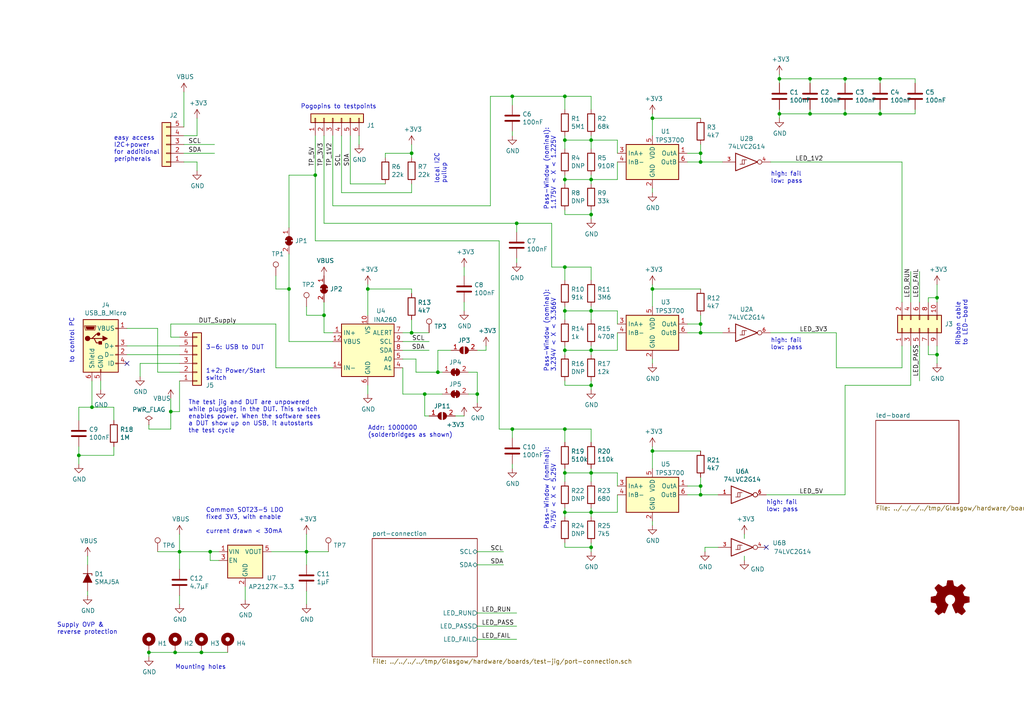
<source format=kicad_sch>
(kicad_sch (version 20230121) (generator eeschema)
  (paper "A4")
  (title_block (title "Glasgow Test Jig") (comment 1 "License 0BSD or Apache 2.0") (comment 3 "by Electronic Eel") (comment 4 "Test Jig for Glasgow revC1"))
  (junction (at 26.67 118.11))
  (junction (at 52.07 160.02))
  (junction (at 189.23 130.81))
  (junction (at 148.59 27.94))
  (junction (at 203.2 44.45))
  (junction (at 245.11 22.86))
  (junction (at 163.83 148.59))
  (junction (at 149.86 64.77))
  (junction (at 127 107.95))
  (junction (at 226.06 22.86))
  (junction (at 203.2 96.52))
  (junction (at 203.2 93.98))
  (junction (at 171.45 148.59))
  (junction (at 189.23 83.82))
  (junction (at 163.83 124.46))
  (junction (at 203.2 143.51))
  (junction (at 234.95 22.86))
  (junction (at 171.45 52.07))
  (junction (at 171.45 158.75))
  (junction (at 106.68 83.82))
  (junction (at 171.45 90.17))
  (junction (at 171.45 111.76))
  (junction (at 50.8 189.23))
  (junction (at 171.45 40.64))
  (junction (at 245.11 33.02))
  (junction (at 119.38 96.52))
  (junction (at 43.18 189.23))
  (junction (at 255.27 22.86))
  (junction (at 203.2 46.99))
  (junction (at 163.83 90.17))
  (junction (at 93.98 91.44))
  (junction (at 234.95 33.02))
  (junction (at 171.45 101.6))
  (junction (at 271.78 102.87))
  (junction (at 119.38 44.45))
  (junction (at 148.59 124.46))
  (junction (at 163.83 137.16))
  (junction (at 123.19 114.3))
  (junction (at 171.45 137.16))
  (junction (at 163.83 40.64))
  (junction (at 163.83 101.6))
  (junction (at 203.2 140.97))
  (junction (at 22.86 132.08))
  (junction (at 271.78 86.36))
  (junction (at 255.27 33.02))
  (junction (at 60.96 160.02))
  (junction (at 138.43 114.3))
  (junction (at 171.45 62.23))
  (junction (at 49.53 119.38))
  (junction (at 58.42 189.23))
  (junction (at 88.9 160.02))
  (junction (at 163.83 52.07))
  (junction (at 163.83 77.47))
  (junction (at 91.44 50.8))
  (junction (at 189.23 34.29))
  (junction (at 83.82 83.82))
  (junction (at 163.83 27.94))
  (junction (at 226.06 33.02))
  (no_connect (at 36.83 105.41))
  (no_connect (at 222.25 158.75))
  (wire (pts (xy 203.2 138.43) (xy 203.2 140.97)))
  (wire (pts (xy 179.07 140.97) (xy 179.07 137.16)))
  (wire (pts (xy 88.9 175.26) (xy 88.9 171.45)))
  (wire (pts (xy 163.83 40.64) (xy 171.45 40.64)))
  (wire (pts (xy 52.07 160.02) (xy 45.72 160.02)))
  (wire (pts (xy 33.02 132.08) (xy 22.86 132.08)))
  (wire (pts (xy 49.53 97.79) (xy 49.53 93.98)))
  (wire (pts (xy 80.01 106.68) (xy 80.01 93.98)))
  (wire (pts (xy 203.2 34.29) (xy 189.23 34.29)))
  (wire (pts (xy 203.2 140.97) (xy 199.39 140.97)))
  (wire (pts (xy 45.72 107.95) (xy 52.07 107.95)))
  (wire (pts (xy 179.07 93.98) (xy 179.07 90.17)))
  (wire (pts (xy 93.98 39.37) (xy 93.98 64.77)))
  (wire (pts (xy 264.16 100.33) (xy 264.16 111.76)))
  (wire (pts (xy 271.78 102.87) (xy 271.78 100.33)))
  (wire (pts (xy 83.82 83.82) (xy 83.82 99.06)))
  (wire (pts (xy 43.18 189.23) (xy 50.8 189.23)))
  (wire (pts (xy 58.42 189.23) (xy 66.04 189.23)))
  (wire (pts (xy 163.83 60.96) (xy 163.83 62.23)))
  (wire (pts (xy 106.68 83.82) (xy 106.68 82.55)))
  (wire (pts (xy 264.16 87.63) (xy 264.16 78.74)))
  (wire (pts (xy 203.2 46.99) (xy 209.55 46.99)))
  (wire (pts (xy 242.57 106.68) (xy 261.62 106.68)))
  (wire (pts (xy 140.97 101.6) (xy 140.97 100.33)))
  (wire (pts (xy 215.9 161.29) (xy 215.9 162.56)))
  (wire (pts (xy 53.34 39.37) (xy 57.15 39.37)))
  (wire (pts (xy 203.2 44.45) (xy 199.39 44.45)))
  (wire (pts (xy 123.19 114.3) (xy 128.27 114.3)))
  (wire (pts (xy 49.53 124.46) (xy 43.18 124.46)))
  (wire (pts (xy 99.06 55.88) (xy 119.38 55.88)))
  (wire (pts (xy 111.76 45.72) (xy 111.76 44.45)))
  (wire (pts (xy 208.28 158.75) (xy 204.47 158.75)))
  (wire (pts (xy 203.2 93.98) (xy 199.39 93.98)))
  (wire (pts (xy 134.62 80.01) (xy 134.62 77.47)))
  (wire (pts (xy 245.11 22.86) (xy 255.27 22.86)))
  (wire (pts (xy 43.18 124.46) (xy 43.18 123.19)))
  (wire (pts (xy 106.68 114.3) (xy 106.68 111.76)))
  (wire (pts (xy 88.9 160.02) (xy 95.25 160.02)))
  (wire (pts (xy 149.86 76.2) (xy 149.86 74.93)))
  (wire (pts (xy 189.23 105.41) (xy 189.23 104.14)))
  (wire (pts (xy 60.96 162.56) (xy 60.96 160.02)))
  (wire (pts (xy 171.45 111.76) (xy 171.45 110.49)))
  (wire (pts (xy 93.98 87.63) (xy 93.98 91.44)))
  (wire (pts (xy 199.39 96.52) (xy 203.2 96.52)))
  (wire (pts (xy 163.83 77.47) (xy 163.83 81.28)))
  (wire (pts (xy 223.52 46.99) (xy 261.62 46.99)))
  (wire (pts (xy 171.45 27.94) (xy 171.45 31.75)))
  (wire (pts (xy 269.24 87.63) (xy 269.24 86.36)))
  (wire (pts (xy 163.83 148.59) (xy 163.83 147.32)))
  (wire (pts (xy 149.86 67.31) (xy 149.86 64.77)))
  (wire (pts (xy 265.43 22.86) (xy 265.43 24.13)))
  (wire (pts (xy 22.86 121.92) (xy 22.86 118.11)))
  (wire (pts (xy 91.44 50.8) (xy 91.44 69.85)))
  (wire (pts (xy 144.78 69.85) (xy 144.78 124.46)))
  (wire (pts (xy 234.95 22.86) (xy 245.11 22.86)))
  (wire (pts (xy 234.95 33.02) (xy 234.95 31.75)))
  (wire (pts (xy 203.2 143.51) (xy 203.2 140.97)))
  (wire (pts (xy 80.01 83.82) (xy 83.82 83.82)))
  (wire (pts (xy 163.83 31.75) (xy 163.83 27.94)))
  (wire (pts (xy 116.84 106.68) (xy 116.84 114.3)))
  (wire (pts (xy 52.07 97.79) (xy 49.53 97.79)))
  (wire (pts (xy 203.2 41.91) (xy 203.2 44.45)))
  (wire (pts (xy 171.45 92.71) (xy 171.45 90.17)))
  (wire (pts (xy 106.68 91.44) (xy 106.68 83.82)))
  (wire (pts (xy 22.86 129.54) (xy 22.86 132.08)))
  (wire (pts (xy 189.23 34.29) (xy 189.23 39.37)))
  (wire (pts (xy 93.98 91.44) (xy 93.98 96.52)))
  (wire (pts (xy 163.83 39.37) (xy 163.83 40.64)))
  (wire (pts (xy 203.2 96.52) (xy 203.2 93.98)))
  (wire (pts (xy 204.47 158.75) (xy 204.47 160.02)))
  (wire (pts (xy 138.43 185.42) (xy 149.86 185.42)))
  (wire (pts (xy 226.06 21.59) (xy 226.06 22.86)))
  (wire (pts (xy 88.9 91.44) (xy 93.98 91.44)))
  (wire (pts (xy 265.43 33.02) (xy 265.43 31.75)))
  (wire (pts (xy 26.67 110.49) (xy 26.67 118.11)))
  (wire (pts (xy 134.62 87.63) (xy 134.62 90.17)))
  (wire (pts (xy 266.7 87.63) (xy 266.7 78.74)))
  (wire (pts (xy 116.84 114.3) (xy 123.19 114.3)))
  (wire (pts (xy 119.38 96.52) (xy 119.38 92.71)))
  (wire (pts (xy 119.38 96.52) (xy 124.46 96.52)))
  (wire (pts (xy 36.83 102.87) (xy 52.07 102.87)))
  (wire (pts (xy 119.38 83.82) (xy 106.68 83.82)))
  (wire (pts (xy 163.83 52.07) (xy 163.83 53.34)))
  (wire (pts (xy 148.59 124.46) (xy 163.83 124.46)))
  (wire (pts (xy 111.76 44.45) (xy 119.38 44.45)))
  (wire (pts (xy 255.27 33.02) (xy 265.43 33.02)))
  (wire (pts (xy 96.52 99.06) (xy 83.82 99.06)))
  (wire (pts (xy 171.45 40.64) (xy 171.45 39.37)))
  (wire (pts (xy 53.34 41.91) (xy 62.23 41.91)))
  (wire (pts (xy 171.45 52.07) (xy 171.45 50.8)))
  (wire (pts (xy 245.11 111.76) (xy 245.11 143.51)))
  (wire (pts (xy 119.38 44.45) (xy 119.38 45.72)))
  (wire (pts (xy 179.07 137.16) (xy 171.45 137.16)))
  (wire (pts (xy 189.23 152.4) (xy 189.23 151.13)))
  (wire (pts (xy 163.83 101.6) (xy 163.83 100.33)))
  (wire (pts (xy 101.6 39.37) (xy 101.6 53.34)))
  (wire (pts (xy 78.74 160.02) (xy 88.9 160.02)))
  (wire (pts (xy 148.59 30.48) (xy 148.59 27.94)))
  (wire (pts (xy 189.23 55.88) (xy 189.23 54.61)))
  (wire (pts (xy 179.07 46.99) (xy 179.07 52.07)))
  (wire (pts (xy 142.24 27.94) (xy 148.59 27.94)))
  (wire (pts (xy 53.34 44.45) (xy 62.23 44.45)))
  (wire (pts (xy 269.24 102.87) (xy 271.78 102.87)))
  (wire (pts (xy 148.59 127) (xy 148.59 124.46)))
  (wire (pts (xy 119.38 85.09) (xy 119.38 83.82)))
  (wire (pts (xy 49.53 93.98) (xy 80.01 93.98)))
  (wire (pts (xy 171.45 101.6) (xy 171.45 100.33)))
  (wire (pts (xy 245.11 143.51) (xy 222.25 143.51)))
  (wire (pts (xy 138.43 181.61) (xy 149.86 181.61)))
  (wire (pts (xy 234.95 22.86) (xy 234.95 24.13)))
  (wire (pts (xy 163.83 40.64) (xy 163.83 43.18)))
  (wire (pts (xy 127 107.95) (xy 128.27 107.95)))
  (wire (pts (xy 226.06 22.86) (xy 226.06 24.13)))
  (wire (pts (xy 49.53 119.38) (xy 49.53 115.57)))
  (wire (pts (xy 171.45 90.17) (xy 171.45 88.9)))
  (wire (pts (xy 245.11 33.02) (xy 245.11 31.75)))
  (wire (pts (xy 52.07 110.49) (xy 52.07 119.38)))
  (wire (pts (xy 203.2 46.99) (xy 203.2 44.45)))
  (wire (pts (xy 99.06 39.37) (xy 99.06 55.88)))
  (wire (pts (xy 163.83 92.71) (xy 163.83 90.17)))
  (wire (pts (xy 234.95 33.02) (xy 245.11 33.02)))
  (wire (pts (xy 171.45 148.59) (xy 171.45 147.32)))
  (wire (pts (xy 53.34 36.83) (xy 53.34 26.67)))
  (wire (pts (xy 138.43 160.02) (xy 146.05 160.02)))
  (wire (pts (xy 163.83 158.75) (xy 171.45 158.75)))
  (wire (pts (xy 179.07 101.6) (xy 171.45 101.6)))
  (wire (pts (xy 215.9 154.94) (xy 215.9 156.21)))
  (wire (pts (xy 189.23 83.82) (xy 189.23 88.9)))
  (wire (pts (xy 83.82 50.8) (xy 91.44 50.8)))
  (wire (pts (xy 163.83 139.7) (xy 163.83 137.16)))
  (wire (pts (xy 255.27 33.02) (xy 255.27 31.75)))
  (wire (pts (xy 223.52 96.52) (xy 242.57 96.52)))
  (wire (pts (xy 88.9 160.02) (xy 88.9 154.94)))
  (wire (pts (xy 163.83 102.87) (xy 163.83 101.6)))
  (wire (pts (xy 96.52 106.68) (xy 80.01 106.68)))
  (wire (pts (xy 171.45 77.47) (xy 171.45 81.28)))
  (wire (pts (xy 120.65 107.95) (xy 127 107.95)))
  (wire (pts (xy 226.06 34.29) (xy 226.06 33.02)))
  (wire (pts (xy 25.4 161.29) (xy 25.4 163.83)))
  (wire (pts (xy 261.62 46.99) (xy 261.62 87.63)))
  (wire (pts (xy 63.5 160.02) (xy 60.96 160.02)))
  (wire (pts (xy 116.84 96.52) (xy 119.38 96.52)))
  (wire (pts (xy 149.86 64.77) (xy 160.02 64.77)))
  (wire (pts (xy 22.86 132.08) (xy 22.86 134.62)))
  (wire (pts (xy 163.83 124.46) (xy 163.83 128.27)))
  (wire (pts (xy 52.07 160.02) (xy 52.07 154.94)))
  (wire (pts (xy 171.45 62.23) (xy 171.45 63.5)))
  (wire (pts (xy 88.9 163.83) (xy 88.9 160.02)))
  (wire (pts (xy 171.45 158.75) (xy 171.45 157.48)))
  (wire (pts (xy 91.44 69.85) (xy 144.78 69.85)))
  (wire (pts (xy 226.06 33.02) (xy 226.06 31.75)))
  (wire (pts (xy 130.81 101.6) (xy 127 101.6)))
  (wire (pts (xy 53.34 46.99) (xy 57.15 46.99)))
  (wire (pts (xy 163.83 52.07) (xy 171.45 52.07)))
  (wire (pts (xy 171.45 160.02) (xy 171.45 158.75)))
  (wire (pts (xy 189.23 82.55) (xy 189.23 83.82)))
  (wire (pts (xy 116.84 101.6) (xy 124.46 101.6)))
  (wire (pts (xy 120.65 104.14) (xy 120.65 107.95)))
  (wire (pts (xy 25.4 171.45) (xy 25.4 172.72)))
  (wire (pts (xy 171.45 43.18) (xy 171.45 40.64)))
  (wire (pts (xy 148.59 27.94) (xy 163.83 27.94)))
  (wire (pts (xy 163.83 111.76) (xy 163.83 110.49)))
  (wire (pts (xy 80.01 80.01) (xy 80.01 83.82)))
  (wire (pts (xy 36.83 100.33) (xy 52.07 100.33)))
  (wire (pts (xy 163.83 62.23) (xy 171.45 62.23)))
  (wire (pts (xy 91.44 50.8) (xy 91.44 39.37)))
  (wire (pts (xy 171.45 149.86) (xy 171.45 148.59)))
  (wire (pts (xy 93.98 64.77) (xy 149.86 64.77)))
  (wire (pts (xy 148.59 39.37) (xy 148.59 38.1)))
  (wire (pts (xy 96.52 39.37) (xy 96.52 59.69)))
  (wire (pts (xy 123.19 120.65) (xy 123.19 114.3)))
  (wire (pts (xy 83.82 73.66) (xy 83.82 83.82)))
  (wire (pts (xy 60.96 160.02) (xy 52.07 160.02)))
  (wire (pts (xy 50.8 189.23) (xy 58.42 189.23)))
  (wire (pts (xy 261.62 106.68) (xy 261.62 100.33)))
  (wire (pts (xy 163.83 27.94) (xy 171.45 27.94)))
  (wire (pts (xy 26.67 118.11) (xy 33.02 118.11)))
  (wire (pts (xy 116.84 99.06) (xy 124.46 99.06)))
  (wire (pts (xy 163.83 50.8) (xy 163.83 52.07)))
  (wire (pts (xy 63.5 162.56) (xy 60.96 162.56)))
  (wire (pts (xy 96.52 59.69) (xy 142.24 59.69)))
  (wire (pts (xy 269.24 86.36) (xy 271.78 86.36)))
  (wire (pts (xy 255.27 22.86) (xy 255.27 24.13)))
  (wire (pts (xy 226.06 33.02) (xy 234.95 33.02)))
  (wire (pts (xy 179.07 52.07) (xy 171.45 52.07)))
  (wire (pts (xy 52.07 175.26) (xy 52.07 172.72)))
  (wire (pts (xy 171.45 137.16) (xy 163.83 137.16)))
  (wire (pts (xy 160.02 77.47) (xy 160.02 64.77)))
  (wire (pts (xy 127 101.6) (xy 127 107.95)))
  (wire (pts (xy 57.15 39.37) (xy 57.15 34.29)))
  (wire (pts (xy 36.83 95.25) (xy 45.72 95.25)))
  (wire (pts (xy 138.43 101.6) (xy 140.97 101.6)))
  (wire (pts (xy 242.57 96.52) (xy 242.57 106.68)))
  (wire (pts (xy 179.07 143.51) (xy 179.07 148.59)))
  (wire (pts (xy 144.78 124.46) (xy 148.59 124.46)))
  (wire (pts (xy 119.38 55.88) (xy 119.38 53.34)))
  (wire (pts (xy 88.9 88.9) (xy 88.9 91.44)))
  (wire (pts (xy 52.07 119.38) (xy 49.53 119.38)))
  (wire (pts (xy 49.53 119.38) (xy 49.53 124.46)))
  (wire (pts (xy 245.11 33.02) (xy 255.27 33.02)))
  (wire (pts (xy 138.43 107.95) (xy 138.43 114.3)))
  (wire (pts (xy 163.83 137.16) (xy 163.83 135.89)))
  (wire (pts (xy 22.86 118.11) (xy 26.67 118.11)))
  (wire (pts (xy 40.64 105.41) (xy 40.64 109.22)))
  (wire (pts (xy 160.02 77.47) (xy 163.83 77.47)))
  (wire (pts (xy 179.07 90.17) (xy 171.45 90.17)))
  (wire (pts (xy 101.6 53.34) (xy 111.76 53.34)))
  (wire (pts (xy 226.06 22.86) (xy 234.95 22.86)))
  (wire (pts (xy 163.83 124.46) (xy 171.45 124.46)))
  (wire (pts (xy 189.23 129.54) (xy 189.23 130.81)))
  (wire (pts (xy 203.2 91.44) (xy 203.2 93.98)))
  (wire (pts (xy 132.08 120.65) (xy 134.62 120.65)))
  (wire (pts (xy 255.27 22.86) (xy 265.43 22.86)))
  (wire (pts (xy 271.78 102.87) (xy 271.78 105.41)))
  (wire (pts (xy 163.83 149.86) (xy 163.83 148.59)))
  (wire (pts (xy 203.2 96.52) (xy 209.55 96.52)))
  (wire (pts (xy 189.23 33.02) (xy 189.23 34.29)))
  (wire (pts (xy 171.45 111.76) (xy 163.83 111.76)))
  (wire (pts (xy 269.24 100.33) (xy 269.24 102.87)))
  (wire (pts (xy 135.89 107.95) (xy 138.43 107.95)))
  (wire (pts (xy 104.14 39.37) (xy 104.14 41.91)))
  (wire (pts (xy 203.2 130.81) (xy 189.23 130.81)))
  (wire (pts (xy 52.07 105.41) (xy 40.64 105.41)))
  (wire (pts (xy 119.38 41.91) (xy 119.38 44.45)))
  (wire (pts (xy 96.52 96.52) (xy 93.98 96.52)))
  (wire (pts (xy 163.83 90.17) (xy 163.83 88.9)))
  (wire (pts (xy 271.78 82.55) (xy 271.78 86.36)))
  (wire (pts (xy 116.84 104.14) (xy 120.65 104.14)))
  (wire (pts (xy 171.45 53.34) (xy 171.45 52.07)))
  (wire (pts (xy 171.45 124.46) (xy 171.45 128.27)))
  (wire (pts (xy 264.16 111.76) (xy 245.11 111.76)))
  (wire (pts (xy 171.45 101.6) (xy 163.83 101.6)))
  (wire (pts (xy 179.07 44.45) (xy 179.07 40.64)))
  (wire (pts (xy 171.45 137.16) (xy 171.45 135.89)))
  (wire (pts (xy 52.07 165.1) (xy 52.07 160.02)))
  (wire (pts (xy 266.7 100.33) (xy 266.7 110.49)))
  (wire (pts (xy 83.82 66.04) (xy 83.82 50.8)))
  (wire (pts (xy 179.07 148.59) (xy 171.45 148.59)))
  (wire (pts (xy 203.2 83.82) (xy 189.23 83.82)))
  (wire (pts (xy 138.43 177.8) (xy 149.86 177.8)))
  (wire (pts (xy 45.72 95.25) (xy 45.72 107.95)))
  (wire (pts (xy 171.45 102.87) (xy 171.45 101.6)))
  (wire (pts (xy 138.43 163.83) (xy 146.05 163.83)))
  (wire (pts (xy 179.07 40.64) (xy 171.45 40.64)))
  (wire (pts (xy 189.23 130.81) (xy 189.23 135.89)))
  (wire (pts (xy 203.2 143.51) (xy 208.28 143.51)))
  (wire (pts (xy 57.15 46.99) (xy 57.15 49.53)))
  (wire (pts (xy 148.59 135.89) (xy 148.59 134.62)))
  (wire (pts (xy 29.21 113.03) (xy 29.21 110.49)))
  (wire (pts (xy 71.12 173.99) (xy 71.12 170.18)))
  (wire (pts (xy 33.02 129.54) (xy 33.02 132.08)))
  (wire (pts (xy 171.45 60.96) (xy 171.45 62.23)))
  (wire (pts (xy 171.45 139.7) (xy 171.45 137.16)))
  (wire (pts (xy 199.39 46.99) (xy 203.2 46.99)))
  (wire (pts (xy 135.89 114.3) (xy 138.43 114.3)))
  (wire (pts (xy 171.45 148.59) (xy 163.83 148.59)))
  (wire (pts (xy 163.83 77.47) (xy 171.45 77.47)))
  (wire (pts (xy 33.02 118.11) (xy 33.02 121.92)))
  (wire (pts (xy 171.45 113.03) (xy 171.45 111.76)))
  (wire (pts (xy 271.78 86.36) (xy 271.78 87.63)))
  (wire (pts (xy 199.39 143.51) (xy 203.2 143.51)))
  (wire (pts (xy 43.18 189.23) (xy 43.18 190.5)))
  (wire (pts (xy 138.43 114.3) (xy 138.43 116.84)))
  (wire (pts (xy 142.24 59.69) (xy 142.24 27.94)))
  (wire (pts (xy 179.07 96.52) (xy 179.07 101.6)))
  (wire (pts (xy 171.45 90.17) (xy 163.83 90.17)))
  (wire (pts (xy 245.11 22.86) (xy 245.11 24.13)))
  (wire (pts (xy 124.46 120.65) (xy 123.19 120.65)))
  (wire (pts (xy 163.83 157.48) (xy 163.83 158.75)))
  (text "high: fail\nlow: pass" (at 223.52 101.6 0) (effects (font (size 1.27 1.27)) (justify left bottom)))
  (text "The test jig and DUT are unpowered\nwhile plugging in the DUT. This switch\nenables power. When the software sees\na DUT show up on USB, it autostarts\nthe test cycle" (at 54.61 125.73 0) (effects (font (size 1.27 1.27)) (justify left bottom)))
  (text "1+2: Power/Start\nswitch" (at 59.69 110.49 0) (effects (font (size 1.27 1.27)) (justify left bottom)))
  (text "Addr: 1000000\n(solderbridges as shown)" (at 106.68 127 0) (effects (font (size 1.27 1.27)) (justify left bottom)))
  (text "easy access\nI2C+power\nfor additional\nperipherals\n" (at 33.02 46.99 0) (effects (font (size 1.27 1.27)) (justify left bottom)))
  (text "Pass-Window (nominal):\n3.234V < X < 3.366V" (at 161.29 107.95 90) (effects (font (size 1.27 1.27)) (justify left bottom)))
  (text "3-6: USB to DUT" (at 59.69 101.6 0) (effects (font (size 1.27 1.27)) (justify left bottom)))
  (text "high: fail\nlow: pass" (at 222.25 148.59 0) (effects (font (size 1.27 1.27)) (justify left bottom)))
  (text "Ribbon cable\nto LED-board" (at 280.67 100.33 90) (effects (font (size 1.27 1.27)) (justify left bottom)))
  (text "Supply OVP &\nreverse protection" (at 16.51 184.15 0) (effects (font (size 1.27 1.27)) (justify left bottom)))
  (text "high: fail\nlow: pass" (at 223.52 53.34 0) (effects (font (size 1.27 1.27)) (justify left bottom)))
  (text "Common SOT23-5 LDO\nfixed 3V3, with enable\n\ncurrent drawn < 30mA" (at 59.69 154.94 0) (effects (font (size 1.27 1.27)) (justify left bottom)))
  (text "Pogopins to testpoints" (at 109.22 31.75 0) (effects (font (size 1.27 1.27)) (justify right bottom)))
  (text "Pass-Window (nominal):\n1.175V < X < 1.225V" (at 161.29 60.96 90) (effects (font (size 1.27 1.27)) (justify left bottom)))
  (text "local I2C\npullup" (at 129.54 53.34 90) (effects (font (size 1.27 1.27)) (justify left bottom)))
  (text "to control PC" (at 21.59 105.41 90) (effects (font (size 1.27 1.27)) (justify left bottom)))
  (text "Pass-Window (nominal):\n4.75V < X < 5.25V" (at 161.29 153.67 90) (effects (font (size 1.27 1.27)) (justify left bottom)))
  (text "Mounting holes" (at 50.8 194.31 0) (effects (font (size 1.27 1.27)) (justify left bottom)))
  (label "TP_1V2" (at 96.52 48.26 90))
  (label "SCL" (at 123.19 99.06 180))
  (label "DUT_Supply" (at 68.58 93.98 180))
  (label "TP_3V3" (at 93.98 48.26 90))
  (label "LED_3V3" (at 240.03 96.52 180))
  (label "LED_FAIL" (at 266.7 86.36 90))
  (label "SDA" (at 123.19 101.6 180))
  (label "TP_5V" (at 91.44 48.26 90))
  (label "SCL" (at 99.06 48.26 90))
  (label "LED_PASS" (at 266.7 109.22 90))
  (label "SDA" (at 142.24 163.83 0))
  (label "LED_RUN" (at 139.7 177.8 0))
  (label "LED_5V" (at 238.76 143.51 180))
  (label "SCL" (at 142.24 160.02 0))
  (label "SDA" (at 54.61 44.45 0))
  (label "LED_1V2" (at 238.76 46.99 180))
  (label "LED_FAIL" (at 139.7 185.42 0))
  (label "LED_RUN" (at 264.16 86.36 90))
  (label "SCL" (at 54.61 41.91 0))
  (label "LED_PASS" (at 139.7 181.61 0))
  (label "SDA" (at 101.6 48.26 90))
  (symbol (lib_id "test-jig-rescue:USB_B_Micro-Connector") (at 29.21 100.33 0) (unit 1)
    (property "Reference" "J4" (at 30.6578 88.4682 0))
    (property "Value" "USB_B_Micro" (at 30.6578 90.7796 0))
    (property "Footprint" "Connector_USB:USB_Micro-B_Molex_47346-0001" (effects hide))
    (property "Datasheet" "https://www.mouser.com/datasheet/2/276/0473460001_IO_CONNECTORS-229243.pdf" (effects hide))
  )
  (symbol (lib_id "Device:C") (at 22.86 125.73 0) (unit 1)
    (property "Reference" "C9" (at 25.781 124.5616 0) (effects (justify left)))
    (property "Value" "100nF" (at 25.781 126.873 0) (effects (justify left)))
    (property "Footprint" "Capacitor_SMD:C_0603_1608Metric_Pad1.05x0.95mm_HandSolder" (effects hide))
  )
  (symbol (lib_id "Device:R") (at 33.02 125.73 0) (unit 1)
    (property "Reference" "R18" (at 34.798 124.5616 0) (effects (justify left)))
    (property "Value" "1M" (at 34.798 126.873 0) (effects (justify left)))
    (property "Footprint" "Resistor_SMD:R_0603_1608Metric_Pad1.05x0.95mm_HandSolder" (effects hide))
  )
  (symbol (lib_id "power:GND") (at 22.86 134.62 0) (unit 1)
    (property "Reference" "#PWR029" (effects hide))
    (property "Value" "GND" (at 22.987 139.0142 0))
  )
  (symbol (lib_id "power:GND") (at 29.21 113.03 0) (unit 1)
    (property "Reference" "#PWR021" (effects hide))
    (property "Value" "GND" (at 29.337 117.4242 0))
  )
  (symbol (lib_id "power:VBUS") (at 49.53 115.57 0) (unit 1)
    (property "Reference" "#PWR020" (effects hide))
    (property "Value" "VBUS" (at 46.99 115.57 0))
  )
  (symbol (lib_id "Connector_Generic:Conn_02x05_Odd_Even") (at 266.7 95.25 90) (unit 1)
    (property "Reference" "J3" (at 274.0152 93.98 90) (effects (justify right)))
    (property "Value" "Conn_02x05_Odd_Even" (effects hide))
    (property "Footprint" "Connector_IDC:IDC-Header_2x05_P2.54mm_Vertical" (effects hide))
  )
  (symbol (lib_id "test-jig-rescue:AP2127K-3.3-Regulator_Linear") (at 71.12 162.56 0) (unit 1)
    (property "Reference" "U7" (at 78.74 167.64 0))
    (property "Value" "AP2127K-3.3" (at 78.74 170.18 0))
    (property "Footprint" "Package_TO_SOT_SMD:SOT-23-5_HandSoldering" (effects hide))
    (property "Datasheet" "https://www.diodes.com/assets/Datasheets/AP2127.pdf" (effects hide))
  )
  (symbol (lib_id "power:VBUS") (at 52.07 154.94 0) (unit 1)
    (property "Reference" "#PWR032" (effects hide))
    (property "Value" "VBUS" (at 52.451 150.5458 0))
  )
  (symbol (lib_id "Device:C") (at 52.07 168.91 0) (unit 1)
    (property "Reference" "C12" (at 54.991 167.7416 0) (effects (justify left)))
    (property "Value" "4.7µF" (at 54.991 170.053 0) (effects (justify left)))
    (property "Footprint" "Capacitor_SMD:C_0805_2012Metric_Pad1.15x1.40mm_HandSolder" (effects hide))
  )
  (symbol (lib_id "power:GND") (at 52.07 175.26 0) (unit 1)
    (property "Reference" "#PWR041" (effects hide))
    (property "Value" "GND" (at 52.197 179.6542 0))
  )
  (symbol (lib_id "power:GND") (at 71.12 173.99 0) (unit 1)
    (property "Reference" "#PWR040" (effects hide))
    (property "Value" "GND" (at 71.247 178.3842 0))
  )
  (symbol (lib_id "test-jig-rescue:+3.3V-power") (at 88.9 154.94 0) (unit 1)
    (property "Reference" "#PWR033" (effects hide))
    (property "Value" "+3.3V" (at 89.281 150.5458 0))
  )
  (symbol (lib_id "Device:C") (at 88.9 167.64 0) (unit 1)
    (property "Reference" "C11" (at 91.821 166.4716 0) (effects (justify left)))
    (property "Value" "1µF" (at 91.821 168.783 0) (effects (justify left)))
    (property "Footprint" "Capacitor_SMD:C_0603_1608Metric_Pad1.05x0.95mm_HandSolder" (effects hide))
  )
  (symbol (lib_id "power:GND") (at 88.9 175.26 0) (unit 1)
    (property "Reference" "#PWR042" (effects hide))
    (property "Value" "GND" (at 89.027 179.6542 0))
  )
  (symbol (lib_id "power:GND") (at 215.9 162.56 0) (unit 1)
    (property "Reference" "#PWR038" (effects hide))
    (property "Value" "GND" (at 219.71 165.1 0))
  )
  (symbol (lib_id "test-jig-rescue:+3.3V-power") (at 215.9 154.94 0) (unit 1)
    (property "Reference" "#PWR034" (effects hide))
    (property "Value" "+3.3V" (at 216.281 150.5458 0))
  )
  (symbol (lib_id "Device:R") (at 163.83 35.56 0) (unit 1)
    (property "Reference" "R1" (at 165.608 34.3916 0) (effects (justify left)))
    (property "Value" "5M1" (at 165.608 36.703 0) (effects (justify left)))
    (property "Footprint" "Resistor_SMD:R_0603_1608Metric_Pad1.05x0.95mm_HandSolder" (effects hide))
  )
  (symbol (lib_id "Device:R") (at 163.83 46.99 0) (unit 1)
    (property "Reference" "R4" (at 165.608 45.8216 0) (effects (justify left)))
    (property "Value" "DNP" (at 165.608 48.133 0) (effects (justify left)))
    (property "Footprint" "Resistor_SMD:R_0603_1608Metric_Pad1.05x0.95mm_HandSolder" (effects hide))
  )
  (symbol (lib_id "Device:R") (at 163.83 57.15 0) (unit 1)
    (property "Reference" "R8" (at 165.608 55.9816 0) (effects (justify left)))
    (property "Value" "DNP" (at 165.608 58.293 0) (effects (justify left)))
    (property "Footprint" "Resistor_SMD:R_0603_1608Metric_Pad1.05x0.95mm_HandSolder" (effects hide))
  )
  (symbol (lib_id "power:GND") (at 40.64 109.22 0) (unit 1)
    (property "Reference" "#PWR019" (effects hide))
    (property "Value" "GND" (at 40.767 113.6142 0))
  )
  (symbol (lib_id "Jumper:SolderJumper_2_Bridged") (at 132.08 107.95 0) (unit 1)
    (property "Reference" "JP4" (at 132.08 105.0798 0))
    (property "Value" "SolderJumper_2_Bridged" (effects hide))
    (property "Footprint" "Glasgow:Solderbridge-small-2pad" (effects hide))
  )
  (symbol (lib_id "Jumper:SolderJumper_2_Bridged") (at 132.08 114.3 0) (unit 1)
    (property "Reference" "JP5" (at 132.08 111.4298 0))
    (property "Value" "SolderJumper_2_Bridged" (effects hide))
    (property "Footprint" "Glasgow:Solderbridge-small-2pad" (effects hide))
  )
  (symbol (lib_id "Sensor:INA260") (at 106.68 101.6 0) (unit 1)
    (property "Reference" "U4" (at 110.49 90.17 0))
    (property "Value" "INA260" (at 111.76 92.71 0))
    (property "Footprint" "Package_SO:TSSOP-16_4.4x5mm_P0.65mm" (effects hide))
    (property "Datasheet" "http://www.ti.com/lit/ds/symlink/ina260.pdf" (effects hide))
  )
  (symbol (lib_id "test-jig-rescue:+3.3V-power") (at 106.68 82.55 0) (unit 1)
    (property "Reference" "#PWR014" (effects hide))
    (property "Value" "+3.3V" (at 107.061 78.1558 0))
  )
  (symbol (lib_id "power:GND") (at 106.68 114.3 0) (unit 1)
    (property "Reference" "#PWR024" (effects hide))
    (property "Value" "GND" (at 106.807 118.6942 0))
  )
  (symbol (lib_id "power:VBUS") (at 93.98 80.01 0) (unit 1)
    (property "Reference" "#PWR012" (effects hide))
    (property "Value" "VBUS" (at 94.361 75.6158 0))
  )
  (symbol (lib_id "Connector_Generic:Conn_01x06") (at 96.52 34.29 90) (unit 1)
    (property "Reference" "J1" (at 106.3752 36.3728 90) (effects (justify right)))
    (property "Value" "AST04106" (effects hide))
    (property "Footprint" "Glasgow:TerminalBlock_MetzConnect_AST04106_1x06_Lever_Clamp_45Degree" (effects hide))
    (property "Datasheet" "https://www.metz-connect.com/en/system/files/productfiles/Data_sheet_AST041.PDF" (effects hide))
  )
  (symbol (lib_id "power:GND") (at 104.14 41.91 0) (unit 1)
    (property "Reference" "#PWR06" (effects hide))
    (property "Value" "GND" (at 104.267 46.3042 0))
  )
  (symbol (lib_id "power:GND") (at 138.43 116.84 0) (unit 1)
    (property "Reference" "#PWR026" (effects hide))
    (property "Value" "GND" (at 138.557 121.2342 0))
  )
  (symbol (lib_id "test-jig-rescue:+3.3V-power") (at 271.78 82.55 0) (unit 1)
    (property "Reference" "#PWR016" (effects hide))
    (property "Value" "+3.3V" (at 272.161 78.1558 0))
  )
  (symbol (lib_id "Device:R") (at 119.38 88.9 0) (unit 1)
    (property "Reference" "R13" (at 121.158 87.7316 0) (effects (justify left)))
    (property "Value" "4k7" (at 121.158 90.043 0) (effects (justify left)))
    (property "Footprint" "Resistor_SMD:R_0603_1608Metric_Pad1.05x0.95mm_HandSolder" (effects hide))
  )
  (symbol (lib_id "Connector:TestPoint") (at 124.46 96.52 0) (unit 1)
    (property "Reference" "TP3" (at 125.9332 94.6912 0) (effects (justify left)))
    (property "Value" "TestPoint" (effects hide))
    (property "Footprint" "TestPoint:TestPoint_THTPad_D1.5mm_Drill0.7mm" (effects hide))
  )
  (symbol (lib_id "Connector:TestPoint") (at 80.01 80.01 0) (mirror y) (unit 1)
    (property "Reference" "TP1" (at 78.74 73.66 0) (effects (justify right)))
    (property "Value" "TestPoint" (effects hide))
    (property "Footprint" "TestPoint:TestPoint_THTPad_D1.5mm_Drill0.7mm" (effects hide))
  )
  (symbol (lib_id "power:GND") (at 271.78 105.41 0) (unit 1)
    (property "Reference" "#PWR018" (effects hide))
    (property "Value" "GND" (at 271.907 109.8042 0))
  )
  (symbol (lib_id "Jumper:SolderJumper_2_Bridged") (at 83.82 69.85 270) (unit 1)
    (property "Reference" "JP1" (at 85.5472 69.85 90) (effects (justify left)))
    (property "Value" "SolderJumper_2_Bridged" (effects hide))
    (property "Footprint" "Glasgow:Solderbridge-small-2pad" (effects hide))
  )
  (symbol (lib_id "Mechanical:MountingHole_Pad") (at 43.18 186.69 0) (unit 1)
    (property "Reference" "H1" (at 45.72 186.6138 0) (effects (justify left)))
    (property "Value" "MountingHole_Pad" (effects hide))
    (property "Footprint" "MountingHole:MountingHole_3.7mm_Pad_Via" (effects hide))
  )
  (symbol (lib_id "test-jig-rescue:+3.3V-power") (at 57.15 34.29 0) (unit 1)
    (property "Reference" "#PWR03" (effects hide))
    (property "Value" "+3.3V" (at 57.531 29.8958 0))
  )
  (symbol (lib_id "Mechanical:MountingHole_Pad") (at 50.8 186.69 0) (unit 1)
    (property "Reference" "H2" (at 53.34 186.6138 0) (effects (justify left)))
    (property "Value" "MountingHole_Pad" (effects hide))
    (property "Footprint" "MountingHole:MountingHole_3.7mm_Pad_Via" (effects hide))
  )
  (symbol (lib_id "power:GND") (at 57.15 49.53 0) (unit 1)
    (property "Reference" "#PWR08" (effects hide))
    (property "Value" "GND" (at 57.277 53.9242 0))
  )
  (symbol (lib_id "Mechanical:MountingHole_Pad") (at 58.42 186.69 0) (unit 1)
    (property "Reference" "H3" (at 60.96 186.6138 0) (effects (justify left)))
    (property "Value" "MountingHole_Pad" (effects hide))
    (property "Footprint" "MountingHole:MountingHole_3.7mm_Pad_Via" (effects hide))
  )
  (symbol (lib_id "Mechanical:MountingHole_Pad") (at 66.04 186.69 0) (unit 1)
    (property "Reference" "H4" (at 68.58 186.6138 0) (effects (justify left)))
    (property "Value" "MountingHole_Pad" (effects hide))
    (property "Footprint" "MountingHole:MountingHole_3.7mm_Pad_Via" (effects hide))
  )
  (symbol (lib_id "power:GND") (at 43.18 190.5 0) (unit 1)
    (property "Reference" "#PWR073" (effects hide))
    (property "Value" "GND" (at 43.307 194.8942 0))
  )
  (symbol (lib_id "power:PWR_FLAG") (at 43.18 123.19 0) (unit 1)
    (property "Reference" "#FLG01" (effects hide))
    (property "Value" "PWR_FLAG" (at 43.18 118.7958 0))
  )
  (symbol (lib_id "Connector:TestPoint") (at 88.9 88.9 0) (unit 1)
    (property "Reference" "TP2" (at 87.63 82.55 0) (effects (justify left)))
    (property "Value" "TestPoint" (effects hide))
    (property "Footprint" "TestPoint:TestPoint_THTPad_D1.5mm_Drill0.7mm" (effects hide))
  )
  (symbol (lib_id "Jumper:SolderJumper_2_Bridged") (at 93.98 83.82 270) (unit 1)
    (property "Reference" "JP2" (at 95.7072 83.82 90) (effects (justify left)))
    (property "Value" "SolderJumper_2_Bridged" (effects hide))
    (property "Footprint" "Jumper:SolderJumper-2_P1.3mm_Open_TrianglePad1.0x1.5mm" (effects hide))
  )
  (symbol (lib_id "Device:R") (at 111.76 49.53 0) (unit 1)
    (property "Reference" "R6" (at 113.538 48.3616 0) (effects (justify left)))
    (property "Value" "22k" (at 113.538 50.673 0) (effects (justify left)))
    (property "Footprint" "Resistor_SMD:R_0603_1608Metric_Pad1.05x0.95mm_HandSolder" (effects hide))
  )
  (symbol (lib_id "Device:R") (at 119.38 49.53 0) (unit 1)
    (property "Reference" "R7" (at 121.158 48.3616 0) (effects (justify left)))
    (property "Value" "22k" (at 121.158 50.673 0) (effects (justify left)))
    (property "Footprint" "Resistor_SMD:R_0603_1608Metric_Pad1.05x0.95mm_HandSolder" (effects hide))
  )
  (symbol (lib_id "test-jig-rescue:+3.3V-power") (at 119.38 41.91 0) (unit 1)
    (property "Reference" "#PWR07" (effects hide))
    (property "Value" "+3.3V" (at 119.761 37.5158 0))
  )
  (symbol (lib_id "Device:C") (at 134.62 83.82 0) (unit 1)
    (property "Reference" "C8" (at 137.541 82.6516 0) (effects (justify left)))
    (property "Value" "100nF" (at 137.541 84.963 0) (effects (justify left)))
    (property "Footprint" "Capacitor_SMD:C_0603_1608Metric_Pad1.05x0.95mm_HandSolder" (effects hide))
  )
  (symbol (lib_id "power:GND") (at 134.62 90.17 0) (unit 1)
    (property "Reference" "#PWR027" (effects hide))
    (property "Value" "GND" (at 134.747 94.5642 0))
  )
  (symbol (lib_id "test-jig-rescue:+3.3V-power") (at 134.62 77.47 0) (unit 1)
    (property "Reference" "#PWR025" (effects hide))
    (property "Value" "+3.3V" (at 135.001 73.0758 0))
  )
  (symbol (lib_id "Glasgow:TPS3700") (at 189.23 46.99 0) (unit 1)
    (property "Reference" "U1" (at 193.04 38.1 0))
    (property "Value" "TPS3700" (at 194.31 40.64 0))
    (property "Footprint" "Package_TO_SOT_SMD:SOT-23-6_Handsoldering" (effects hide))
    (property "Datasheet" "http://www.ti.com/lit/ds/symlink/tps3700.pdf" (effects hide))
  )
  (symbol (lib_id "power:GND") (at 189.23 55.88 0) (unit 1)
    (property "Reference" "#PWR09" (effects hide))
    (property "Value" "GND" (at 189.357 60.2742 0))
  )
  (symbol (lib_id "test-jig-rescue:+3.3V-power") (at 189.23 33.02 0) (unit 1)
    (property "Reference" "#PWR02" (effects hide))
    (property "Value" "+3.3V" (at 189.611 28.6258 0))
  )
  (symbol (lib_id "Device:R") (at 203.2 38.1 0) (unit 1)
    (property "Reference" "R3" (at 204.978 36.9316 0) (effects (justify left)))
    (property "Value" "4k7" (at 204.978 39.243 0) (effects (justify left)))
    (property "Footprint" "Resistor_SMD:R_0603_1608Metric_Pad1.05x0.95mm_HandSolder" (effects hide))
  )
  (symbol (lib_id "Device:R") (at 171.45 35.56 0) (unit 1)
    (property "Reference" "R2" (at 173.228 34.3916 0) (effects (justify left)))
    (property "Value" "68k" (at 173.228 36.703 0) (effects (justify left)))
    (property "Footprint" "Resistor_SMD:R_0603_1608Metric_Pad1.05x0.95mm_HandSolder" (effects hide))
  )
  (symbol (lib_id "Device:R") (at 171.45 46.99 0) (unit 1)
    (property "Reference" "R5" (at 173.228 45.8216 0) (effects (justify left)))
    (property "Value" "910R" (at 173.228 48.133 0) (effects (justify left)))
    (property "Footprint" "Resistor_SMD:R_0603_1608Metric_Pad1.05x0.95mm_HandSolder" (effects hide))
  )
  (symbol (lib_id "Device:R") (at 171.45 57.15 0) (unit 1)
    (property "Reference" "R9" (at 173.228 55.9816 0) (effects (justify left)))
    (property "Value" "33k" (at 173.228 58.293 0) (effects (justify left)))
    (property "Footprint" "Resistor_SMD:R_0603_1608Metric_Pad1.05x0.95mm_HandSolder" (effects hide))
  )
  (symbol (lib_id "power:GND") (at 171.45 63.5 0) (unit 1)
    (property "Reference" "#PWR010" (effects hide))
    (property "Value" "GND" (at 171.577 67.8942 0))
  )
  (symbol (lib_id "Device:R") (at 163.83 85.09 0) (unit 1)
    (property "Reference" "R10" (at 165.608 83.9216 0) (effects (justify left)))
    (property "Value" "91k" (at 165.608 86.233 0) (effects (justify left)))
    (property "Footprint" "Resistor_SMD:R_0603_1608Metric_Pad1.05x0.95mm_HandSolder" (effects hide))
  )
  (symbol (lib_id "Device:R") (at 163.83 96.52 0) (unit 1)
    (property "Reference" "R14" (at 165.608 95.3516 0) (effects (justify left)))
    (property "Value" "1k" (at 165.608 97.663 0) (effects (justify left)))
    (property "Footprint" "Resistor_SMD:R_0603_1608Metric_Pad1.05x0.95mm_HandSolder" (effects hide))
  )
  (symbol (lib_id "Device:R") (at 163.83 106.68 0) (unit 1)
    (property "Reference" "R16" (at 165.608 105.5116 0) (effects (justify left)))
    (property "Value" "DNP" (at 165.608 107.823 0) (effects (justify left)))
    (property "Footprint" "Resistor_SMD:R_0603_1608Metric_Pad1.05x0.95mm_HandSolder" (effects hide))
  )
  (symbol (lib_id "Graphic:Logo_Open_Hardware_Small") (at 275.59 173.99 0) (unit 1)
    (property "Reference" "#LOGO1" (effects hide))
    (property "Value" "Logo_Open_Hardware_Small" (effects hide))
  )
  (symbol (lib_id "Glasgow:TPS3700") (at 189.23 96.52 0) (unit 1)
    (property "Reference" "U3" (at 193.04 87.63 0))
    (property "Value" "TPS3700" (at 194.31 90.17 0))
    (property "Footprint" "Package_TO_SOT_SMD:SOT-23-6_Handsoldering" (effects hide))
    (property "Datasheet" "http://www.ti.com/lit/ds/symlink/tps3700.pdf" (effects hide))
  )
  (symbol (lib_id "power:GND") (at 189.23 105.41 0) (unit 1)
    (property "Reference" "#PWR017" (effects hide))
    (property "Value" "GND" (at 189.357 109.8042 0))
  )
  (symbol (lib_id "test-jig-rescue:+3.3V-power") (at 189.23 82.55 0) (unit 1)
    (property "Reference" "#PWR015" (effects hide))
    (property "Value" "+3.3V" (at 189.611 78.1558 0))
  )
  (symbol (lib_id "Device:R") (at 203.2 87.63 0) (unit 1)
    (property "Reference" "R12" (at 204.978 86.4616 0) (effects (justify left)))
    (property "Value" "4k7" (at 204.978 88.773 0) (effects (justify left)))
    (property "Footprint" "Resistor_SMD:R_0603_1608Metric_Pad1.05x0.95mm_HandSolder" (effects hide))
  )
  (symbol (lib_id "Device:R") (at 171.45 85.09 0) (unit 1)
    (property "Reference" "R11" (at 173.228 83.9216 0) (effects (justify left)))
    (property "Value" "3M6" (at 173.228 86.233 0) (effects (justify left)))
    (property "Footprint" "Resistor_SMD:R_0603_1608Metric_Pad1.05x0.95mm_HandSolder" (effects hide))
  )
  (symbol (lib_id "Device:R") (at 171.45 96.52 0) (unit 1)
    (property "Reference" "R15" (at 173.228 95.3516 0) (effects (justify left)))
    (property "Value" "470R" (at 173.228 97.663 0) (effects (justify left)))
    (property "Footprint" "Resistor_SMD:R_0603_1608Metric_Pad1.05x0.95mm_HandSolder" (effects hide))
  )
  (symbol (lib_id "Device:R") (at 171.45 106.68 0) (unit 1)
    (property "Reference" "R17" (at 173.228 105.5116 0) (effects (justify left)))
    (property "Value" "12k" (at 173.228 107.823 0) (effects (justify left)))
    (property "Footprint" "Resistor_SMD:R_0603_1608Metric_Pad1.05x0.95mm_HandSolder" (effects hide))
  )
  (symbol (lib_id "power:GND") (at 171.45 113.03 0) (unit 1)
    (property "Reference" "#PWR023" (effects hide))
    (property "Value" "GND" (at 171.577 117.4242 0))
  )
  (symbol (lib_id "Glasgow:TPS3700") (at 189.23 143.51 0) (unit 1)
    (property "Reference" "U5" (at 193.04 134.62 0))
    (property "Value" "TPS3700" (at 194.31 137.16 0))
    (property "Footprint" "Package_TO_SOT_SMD:SOT-23-6_Handsoldering" (effects hide))
    (property "Datasheet" "http://www.ti.com/lit/ds/symlink/tps3700.pdf" (effects hide))
  )
  (symbol (lib_id "power:GND") (at 189.23 152.4 0) (unit 1)
    (property "Reference" "#PWR031" (effects hide))
    (property "Value" "GND" (at 189.357 156.7942 0))
  )
  (symbol (lib_id "test-jig-rescue:+3.3V-power") (at 189.23 129.54 0) (unit 1)
    (property "Reference" "#PWR028" (effects hide))
    (property "Value" "+3.3V" (at 189.611 125.1458 0))
  )
  (symbol (lib_id "Device:R") (at 203.2 134.62 0) (unit 1)
    (property "Reference" "R21" (at 204.978 133.4516 0) (effects (justify left)))
    (property "Value" "4k7" (at 204.978 135.763 0) (effects (justify left)))
    (property "Footprint" "Resistor_SMD:R_0603_1608Metric_Pad1.05x0.95mm_HandSolder" (effects hide))
  )
  (symbol (lib_id "Device:R") (at 171.45 132.08 0) (unit 1)
    (property "Reference" "R20" (at 173.228 130.9116 0) (effects (justify left)))
    (property "Value" "110k" (at 173.228 133.223 0) (effects (justify left)))
    (property "Footprint" "Resistor_SMD:R_0603_1608Metric_Pad1.05x0.95mm_HandSolder" (effects hide))
  )
  (symbol (lib_id "Device:R") (at 171.45 143.51 0) (unit 1)
    (property "Reference" "R23" (at 173.228 142.3416 0) (effects (justify left)))
    (property "Value" "680" (at 173.228 144.653 0) (effects (justify left)))
    (property "Footprint" "Resistor_SMD:R_0603_1608Metric_Pad1.05x0.95mm_HandSolder" (effects hide))
  )
  (symbol (lib_id "Device:R") (at 171.45 153.67 0) (unit 1)
    (property "Reference" "R25" (at 173.228 152.5016 0) (effects (justify left)))
    (property "Value" "7k5" (at 173.228 154.813 0) (effects (justify left)))
    (property "Footprint" "Resistor_SMD:R_0603_1608Metric_Pad1.05x0.95mm_HandSolder" (effects hide))
  )
  (symbol (lib_id "power:GND") (at 171.45 160.02 0) (unit 1)
    (property "Reference" "#PWR035" (effects hide))
    (property "Value" "GND" (at 171.577 164.4142 0))
  )
  (symbol (lib_id "Connector_Generic:Conn_01x06") (at 57.15 105.41 0) (mirror x) (unit 1)
    (property "Reference" "J5" (at 59.69 111.76 0) (effects (justify left)))
    (property "Value" "AST04106" (effects hide))
    (property "Footprint" "Glasgow:TerminalBlock_MetzConnect_AST04106_1x06_Lever_Clamp_45Degree" (effects hide))
    (property "Datasheet" "https://www.metz-connect.com/en/system/files/productfiles/Data_sheet_AST041.PDF" (effects hide))
  )
  (symbol (lib_id "test-jig-rescue:74LVC2G14-74xGxx") (at 217.17 46.99 0) (unit 2)
    (property "Reference" "U2" (at 216.535 40.2082 0))
    (property "Value" "74LVC2G14" (at 216.535 42.5196 0))
    (property "Footprint" "Package_TO_SOT_SMD:SOT-363_SC-70-6_Handsoldering" (effects hide))
    (property "Datasheet" "http://www.ti.com/lit/sg/scyt129e/scyt129e.pdf" (effects hide))
  )
  (symbol (lib_id "test-jig-rescue:74LVC2G14-74xGxx") (at 217.17 96.52 0) (unit 1)
    (property "Reference" "U2" (at 216.535 89.7382 0))
    (property "Value" "74LVC2G14" (at 216.535 92.0496 0))
    (property "Footprint" "Package_TO_SOT_SMD:SOT-363_SC-70-6_Handsoldering" (effects hide))
    (property "Datasheet" "http://www.ti.com/lit/sg/scyt129e/scyt129e.pdf" (effects hide))
  )
  (symbol (lib_id "test-jig-rescue:74LVC2G14-74xGxx") (at 215.9 143.51 0) (unit 1)
    (property "Reference" "U6" (at 215.265 136.7282 0))
    (property "Value" "74LVC2G14" (at 215.265 139.0396 0))
    (property "Footprint" "Package_TO_SOT_SMD:SOT-363_SC-70-6_Handsoldering" (effects hide))
    (property "Datasheet" "http://www.ti.com/lit/sg/scyt129e/scyt129e.pdf" (effects hide))
  )
  (symbol (lib_id "Device:C") (at 148.59 34.29 0) (unit 1)
    (property "Reference" "C6" (at 151.511 33.1216 0) (effects (justify left)))
    (property "Value" "100nF" (at 151.511 35.433 0) (effects (justify left)))
    (property "Footprint" "Capacitor_SMD:C_0603_1608Metric_Pad1.05x0.95mm_HandSolder" (effects hide))
  )
  (symbol (lib_id "power:GND") (at 148.59 39.37 0) (unit 1)
    (property "Reference" "#PWR05" (effects hide))
    (property "Value" "GND" (at 148.717 43.7642 0))
  )
  (symbol (lib_id "Device:C") (at 149.86 71.12 0) (unit 1)
    (property "Reference" "C7" (at 152.781 69.9516 0) (effects (justify left)))
    (property "Value" "100nF" (at 152.781 72.263 0) (effects (justify left)))
    (property "Footprint" "Capacitor_SMD:C_0603_1608Metric_Pad1.05x0.95mm_HandSolder" (effects hide))
  )
  (symbol (lib_id "power:GND") (at 149.86 76.2 0) (unit 1)
    (property "Reference" "#PWR011" (effects hide))
    (property "Value" "GND" (at 149.987 80.5942 0))
  )
  (symbol (lib_id "test-jig-rescue:74LVC2G14-74xGxx") (at 215.9 158.75 0) (unit 2)
    (property "Reference" "U6" (at 226.06 157.48 0))
    (property "Value" "74LVC2G14" (at 229.87 160.02 0))
    (property "Footprint" "Package_TO_SOT_SMD:SOT-363_SC-70-6_Handsoldering" (effects hide))
    (property "Datasheet" "http://www.ti.com/lit/sg/scyt129e/scyt129e.pdf" (effects hide))
  )
  (symbol (lib_id "Device:C") (at 148.59 130.81 0) (unit 1)
    (property "Reference" "C10" (at 151.511 129.6416 0) (effects (justify left)))
    (property "Value" "100nF" (at 151.511 131.953 0) (effects (justify left)))
    (property "Footprint" "Capacitor_SMD:C_0603_1608Metric_Pad1.05x0.95mm_HandSolder" (effects hide))
  )
  (symbol (lib_id "power:GND") (at 148.59 135.89 0) (unit 1)
    (property "Reference" "#PWR030" (effects hide))
    (property "Value" "GND" (at 148.717 140.2842 0))
  )
  (symbol (lib_id "power:GND") (at 204.47 160.02 0) (unit 1)
    (property "Reference" "#PWR036" (effects hide))
    (property "Value" "GND" (at 204.597 164.4142 0))
  )
  (symbol (lib_id "Device:C") (at 226.06 27.94 0) (unit 1)
    (property "Reference" "C1" (at 228.981 26.7716 0) (effects (justify left)))
    (property "Value" "100nF" (at 228.981 29.083 0) (effects (justify left)))
    (property "Footprint" "Capacitor_SMD:C_0603_1608Metric_Pad1.05x0.95mm_HandSolder" (effects hide))
  )
  (symbol (lib_id "Device:C") (at 234.95 27.94 0) (unit 1)
    (property "Reference" "C2" (at 237.871 26.7716 0) (effects (justify left)))
    (property "Value" "100nF" (at 237.871 29.083 0) (effects (justify left)))
    (property "Footprint" "Capacitor_SMD:C_0603_1608Metric_Pad1.05x0.95mm_HandSolder" (effects hide))
  )
  (symbol (lib_id "Device:C") (at 245.11 27.94 0) (unit 1)
    (property "Reference" "C3" (at 248.031 26.7716 0) (effects (justify left)))
    (property "Value" "100nF" (at 248.031 29.083 0) (effects (justify left)))
    (property "Footprint" "Capacitor_SMD:C_0603_1608Metric_Pad1.05x0.95mm_HandSolder" (effects hide))
  )
  (symbol (lib_id "Device:C") (at 255.27 27.94 0) (unit 1)
    (property "Reference" "C4" (at 258.191 26.7716 0) (effects (justify left)))
    (property "Value" "100nF" (at 258.191 29.083 0) (effects (justify left)))
    (property "Footprint" "Capacitor_SMD:C_0603_1608Metric_Pad1.05x0.95mm_HandSolder" (effects hide))
  )
  (symbol (lib_id "Device:C") (at 265.43 27.94 0) (unit 1)
    (property "Reference" "C5" (at 268.351 26.7716 0) (effects (justify left)))
    (property "Value" "100nF" (at 268.351 29.083 0) (effects (justify left)))
    (property "Footprint" "Capacitor_SMD:C_0603_1608Metric_Pad1.05x0.95mm_HandSolder" (effects hide))
  )
  (symbol (lib_id "power:GND") (at 226.06 34.29 0) (unit 1)
    (property "Reference" "#PWR04" (effects hide))
    (property "Value" "GND" (at 226.187 38.6842 0))
  )
  (symbol (lib_id "Device:R") (at 163.83 132.08 0) (unit 1)
    (property "Reference" "R19" (at 165.608 130.9116 0) (effects (justify left)))
    (property "Value" "510k" (at 165.608 133.223 0) (effects (justify left)))
    (property "Footprint" "Resistor_SMD:R_0603_1608Metric_Pad1.05x0.95mm_HandSolder" (effects hide))
  )
  (symbol (lib_id "Device:R") (at 163.83 143.51 0) (unit 1)
    (property "Reference" "R22" (at 165.608 142.3416 0) (effects (justify left)))
    (property "Value" "DNP" (at 165.608 144.653 0) (effects (justify left)))
    (property "Footprint" "Resistor_SMD:R_0603_1608Metric_Pad1.05x0.95mm_HandSolder" (effects hide))
  )
  (symbol (lib_id "Device:R") (at 163.83 153.67 0) (unit 1)
    (property "Reference" "R24" (at 165.608 152.5016 0) (effects (justify left)))
    (property "Value" "DNP" (at 165.608 154.813 0) (effects (justify left)))
    (property "Footprint" "Resistor_SMD:R_0603_1608Metric_Pad1.05x0.95mm_HandSolder" (effects hide))
  )
  (symbol (lib_id "test-jig-rescue:+3.3V-power") (at 226.06 21.59 0) (unit 1)
    (property "Reference" "#PWR01" (effects hide))
    (property "Value" "+3.3V" (at 226.441 17.1958 0))
  )
  (symbol (lib_id "test-jig-rescue:D_Zener_ALT-Device") (at 25.4 167.64 270) (unit 1)
    (property "Reference" "D1" (at 27.4066 166.4716 90) (effects (justify left)))
    (property "Value" "SMAJ5A" (at 27.4066 168.783 90) (effects (justify left)))
    (property "Footprint" "Diode_SMD:D_SMA" (effects hide))
  )
  (symbol (lib_id "power:GND") (at 25.4 172.72 0) (unit 1)
    (property "Reference" "#PWR039" (effects hide))
    (property "Value" "GND" (at 25.527 177.1142 0))
  )
  (symbol (lib_id "power:VBUS") (at 25.4 161.29 0) (unit 1)
    (property "Reference" "#PWR037" (effects hide))
    (property "Value" "VBUS" (at 25.781 156.8958 0))
  )
  (symbol (lib_id "Connector:TestPoint") (at 95.25 160.02 0) (unit 1)
    (property "Reference" "TP7" (at 96.7232 158.1912 0) (effects (justify left)))
    (property "Value" "TestPoint" (effects hide))
    (property "Footprint" "TestPoint:TestPoint_THTPad_D1.5mm_Drill0.7mm" (effects hide))
  )
  (symbol (lib_id "Connector:TestPoint") (at 45.72 160.02 0) (unit 1)
    (property "Reference" "TP6" (at 47.1932 158.1912 0) (effects (justify left)))
    (property "Value" "TestPoint" (effects hide))
    (property "Footprint" "TestPoint:TestPoint_THTPad_D1.5mm_Drill0.7mm" (effects hide))
  )
  (symbol (lib_id "Jumper:SolderJumper_2_Open") (at 134.62 101.6 0) (unit 1)
    (property "Reference" "JP3" (at 134.62 98.7298 0))
    (property "Value" "SolderJumper_2_Open" (effects hide))
    (property "Footprint" "Glasgow:Solderbridge-small-2pad" (effects hide))
  )
  (symbol (lib_id "Jumper:SolderJumper_2_Open") (at 128.27 120.65 0) (unit 1)
    (property "Reference" "JP11" (at 128.27 117.7798 0))
    (property "Value" "SolderJumper_2_Open" (effects hide))
    (property "Footprint" "Glasgow:Solderbridge-small-2pad" (effects hide))
  )
  (symbol (lib_id "test-jig-rescue:+3.3V-power") (at 140.97 100.33 0) (unit 1)
    (property "Reference" "#PWR0101" (effects hide))
    (property "Value" "+3.3V" (at 141.351 95.9358 0))
  )
  (symbol (lib_id "test-jig-rescue:+3.3V-power") (at 134.62 120.65 0) (unit 1)
    (property "Reference" "#PWR0102" (effects hide))
    (property "Value" "+3.3V" (at 132.08 123.19 0))
  )
  (symbol (lib_id "Connector_Generic:Conn_01x05") (at 48.26 41.91 180) (unit 1)
    (property "Reference" "J2" (at 50.3428 33.4518 0))
    (property "Value" "DNP" (effects hide))
    (property "Footprint" "Connector_PinHeader_2.54mm:PinHeader_1x05_P2.54mm_Vertical" (effects hide))
  )
  (symbol (lib_id "power:VBUS") (at 53.34 26.67 0) (unit 1)
    (property "Reference" "#PWR0104" (effects hide))
    (property "Value" "VBUS" (at 53.721 22.2758 0))
  )
  (sheet (at 107.95 156.21) (size 30.48 34.29)
    (property "Sheetname" "port-connection" (at 107.95 155.4984 0) (effects (justify left bottom)))
    (property "Sheetfile" "../../../../tmp/Glasgow/hardware/boards/test-jig/port-connection.sch" (at 107.95 191.0846 0) (effects (justify left top)))
    (pin "SCL" bidirectional (at 138.43 160.02 0))
    (pin "SDA" bidirectional (at 138.43 163.83 0))
    (pin "LED_RUN" output (at 138.43 177.8 0))
    (pin "LED_PASS" output (at 138.43 181.61 0))
    (pin "LED_FAIL" output (at 138.43 185.42 0))
  )
  (sheet (at 254 121.92) (size 24.13 24.13)
    (property "Sheetname" "led-board" (at 254 121.2084 0) (effects (justify left bottom)))
    (property "Sheetfile" "../../../../tmp/Glasgow/hardware/boards/test-jig/led-board.sch" (at 254 146.6346 0) (effects (justify left top)))
  )
)
</source>
